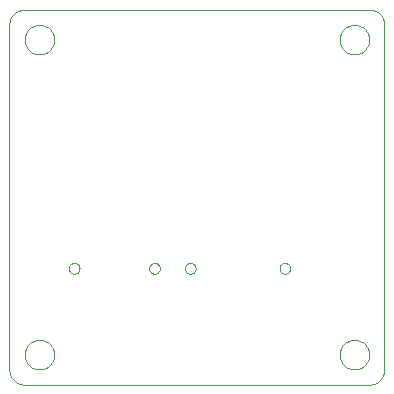
<source format=gko>
G75*
%MOIN*%
%OFA0B0*%
%FSLAX24Y24*%
%IPPOS*%
%LPD*%
%AMOC8*
5,1,8,0,0,1.08239X$1,22.5*
%
%ADD10C,0.0000*%
D10*
X001150Y001650D02*
X001150Y013150D01*
X001152Y013194D01*
X001158Y013237D01*
X001167Y013279D01*
X001180Y013321D01*
X001197Y013361D01*
X001217Y013400D01*
X001240Y013437D01*
X001267Y013471D01*
X001296Y013504D01*
X001329Y013533D01*
X001363Y013560D01*
X001400Y013583D01*
X001439Y013603D01*
X001479Y013620D01*
X001521Y013633D01*
X001563Y013642D01*
X001606Y013648D01*
X001650Y013650D01*
X013150Y013650D01*
X013194Y013648D01*
X013237Y013642D01*
X013279Y013633D01*
X013321Y013620D01*
X013361Y013603D01*
X013400Y013583D01*
X013437Y013560D01*
X013471Y013533D01*
X013504Y013504D01*
X013533Y013471D01*
X013560Y013437D01*
X013583Y013400D01*
X013603Y013361D01*
X013620Y013321D01*
X013633Y013279D01*
X013642Y013237D01*
X013648Y013194D01*
X013650Y013150D01*
X013650Y001650D01*
X013648Y001606D01*
X013642Y001563D01*
X013633Y001521D01*
X013620Y001479D01*
X013603Y001439D01*
X013583Y001400D01*
X013560Y001363D01*
X013533Y001329D01*
X013504Y001296D01*
X013471Y001267D01*
X013437Y001240D01*
X013400Y001217D01*
X013361Y001197D01*
X013321Y001180D01*
X013279Y001167D01*
X013237Y001158D01*
X013194Y001152D01*
X013150Y001150D01*
X001650Y001150D01*
X001606Y001152D01*
X001563Y001158D01*
X001521Y001167D01*
X001479Y001180D01*
X001439Y001197D01*
X001400Y001217D01*
X001363Y001240D01*
X001329Y001267D01*
X001296Y001296D01*
X001267Y001329D01*
X001240Y001363D01*
X001217Y001400D01*
X001197Y001439D01*
X001180Y001479D01*
X001167Y001521D01*
X001158Y001563D01*
X001152Y001606D01*
X001150Y001650D01*
X001658Y002150D02*
X001660Y002194D01*
X001666Y002238D01*
X001676Y002281D01*
X001689Y002323D01*
X001707Y002363D01*
X001728Y002402D01*
X001752Y002439D01*
X001779Y002474D01*
X001810Y002506D01*
X001843Y002535D01*
X001879Y002561D01*
X001917Y002583D01*
X001957Y002602D01*
X001998Y002618D01*
X002041Y002630D01*
X002084Y002638D01*
X002128Y002642D01*
X002172Y002642D01*
X002216Y002638D01*
X002259Y002630D01*
X002302Y002618D01*
X002343Y002602D01*
X002383Y002583D01*
X002421Y002561D01*
X002457Y002535D01*
X002490Y002506D01*
X002521Y002474D01*
X002548Y002439D01*
X002572Y002402D01*
X002593Y002363D01*
X002611Y002323D01*
X002624Y002281D01*
X002634Y002238D01*
X002640Y002194D01*
X002642Y002150D01*
X002640Y002106D01*
X002634Y002062D01*
X002624Y002019D01*
X002611Y001977D01*
X002593Y001937D01*
X002572Y001898D01*
X002548Y001861D01*
X002521Y001826D01*
X002490Y001794D01*
X002457Y001765D01*
X002421Y001739D01*
X002383Y001717D01*
X002343Y001698D01*
X002302Y001682D01*
X002259Y001670D01*
X002216Y001662D01*
X002172Y001658D01*
X002128Y001658D01*
X002084Y001662D01*
X002041Y001670D01*
X001998Y001682D01*
X001957Y001698D01*
X001917Y001717D01*
X001879Y001739D01*
X001843Y001765D01*
X001810Y001794D01*
X001779Y001826D01*
X001752Y001861D01*
X001728Y001898D01*
X001707Y001937D01*
X001689Y001977D01*
X001676Y002019D01*
X001666Y002062D01*
X001660Y002106D01*
X001658Y002150D01*
X003134Y005025D02*
X003136Y005051D01*
X003142Y005077D01*
X003152Y005102D01*
X003165Y005125D01*
X003181Y005145D01*
X003201Y005163D01*
X003223Y005178D01*
X003246Y005190D01*
X003272Y005198D01*
X003298Y005202D01*
X003324Y005202D01*
X003350Y005198D01*
X003376Y005190D01*
X003400Y005178D01*
X003421Y005163D01*
X003441Y005145D01*
X003457Y005125D01*
X003470Y005102D01*
X003480Y005077D01*
X003486Y005051D01*
X003488Y005025D01*
X003486Y004999D01*
X003480Y004973D01*
X003470Y004948D01*
X003457Y004925D01*
X003441Y004905D01*
X003421Y004887D01*
X003399Y004872D01*
X003376Y004860D01*
X003350Y004852D01*
X003324Y004848D01*
X003298Y004848D01*
X003272Y004852D01*
X003246Y004860D01*
X003222Y004872D01*
X003201Y004887D01*
X003181Y004905D01*
X003165Y004925D01*
X003152Y004948D01*
X003142Y004973D01*
X003136Y004999D01*
X003134Y005025D01*
X005812Y005025D02*
X005814Y005051D01*
X005820Y005077D01*
X005830Y005102D01*
X005843Y005125D01*
X005859Y005145D01*
X005879Y005163D01*
X005901Y005178D01*
X005924Y005190D01*
X005950Y005198D01*
X005976Y005202D01*
X006002Y005202D01*
X006028Y005198D01*
X006054Y005190D01*
X006078Y005178D01*
X006099Y005163D01*
X006119Y005145D01*
X006135Y005125D01*
X006148Y005102D01*
X006158Y005077D01*
X006164Y005051D01*
X006166Y005025D01*
X006164Y004999D01*
X006158Y004973D01*
X006148Y004948D01*
X006135Y004925D01*
X006119Y004905D01*
X006099Y004887D01*
X006077Y004872D01*
X006054Y004860D01*
X006028Y004852D01*
X006002Y004848D01*
X005976Y004848D01*
X005950Y004852D01*
X005924Y004860D01*
X005900Y004872D01*
X005879Y004887D01*
X005859Y004905D01*
X005843Y004925D01*
X005830Y004948D01*
X005820Y004973D01*
X005814Y004999D01*
X005812Y005025D01*
X007004Y005025D02*
X007006Y005051D01*
X007012Y005077D01*
X007022Y005102D01*
X007035Y005125D01*
X007051Y005145D01*
X007071Y005163D01*
X007093Y005178D01*
X007116Y005190D01*
X007142Y005198D01*
X007168Y005202D01*
X007194Y005202D01*
X007220Y005198D01*
X007246Y005190D01*
X007270Y005178D01*
X007291Y005163D01*
X007311Y005145D01*
X007327Y005125D01*
X007340Y005102D01*
X007350Y005077D01*
X007356Y005051D01*
X007358Y005025D01*
X007356Y004999D01*
X007350Y004973D01*
X007340Y004948D01*
X007327Y004925D01*
X007311Y004905D01*
X007291Y004887D01*
X007269Y004872D01*
X007246Y004860D01*
X007220Y004852D01*
X007194Y004848D01*
X007168Y004848D01*
X007142Y004852D01*
X007116Y004860D01*
X007092Y004872D01*
X007071Y004887D01*
X007051Y004905D01*
X007035Y004925D01*
X007022Y004948D01*
X007012Y004973D01*
X007006Y004999D01*
X007004Y005025D01*
X010154Y005025D02*
X010156Y005051D01*
X010162Y005077D01*
X010172Y005102D01*
X010185Y005125D01*
X010201Y005145D01*
X010221Y005163D01*
X010243Y005178D01*
X010266Y005190D01*
X010292Y005198D01*
X010318Y005202D01*
X010344Y005202D01*
X010370Y005198D01*
X010396Y005190D01*
X010420Y005178D01*
X010441Y005163D01*
X010461Y005145D01*
X010477Y005125D01*
X010490Y005102D01*
X010500Y005077D01*
X010506Y005051D01*
X010508Y005025D01*
X010506Y004999D01*
X010500Y004973D01*
X010490Y004948D01*
X010477Y004925D01*
X010461Y004905D01*
X010441Y004887D01*
X010419Y004872D01*
X010396Y004860D01*
X010370Y004852D01*
X010344Y004848D01*
X010318Y004848D01*
X010292Y004852D01*
X010266Y004860D01*
X010242Y004872D01*
X010221Y004887D01*
X010201Y004905D01*
X010185Y004925D01*
X010172Y004948D01*
X010162Y004973D01*
X010156Y004999D01*
X010154Y005025D01*
X012158Y002150D02*
X012160Y002194D01*
X012166Y002238D01*
X012176Y002281D01*
X012189Y002323D01*
X012207Y002363D01*
X012228Y002402D01*
X012252Y002439D01*
X012279Y002474D01*
X012310Y002506D01*
X012343Y002535D01*
X012379Y002561D01*
X012417Y002583D01*
X012457Y002602D01*
X012498Y002618D01*
X012541Y002630D01*
X012584Y002638D01*
X012628Y002642D01*
X012672Y002642D01*
X012716Y002638D01*
X012759Y002630D01*
X012802Y002618D01*
X012843Y002602D01*
X012883Y002583D01*
X012921Y002561D01*
X012957Y002535D01*
X012990Y002506D01*
X013021Y002474D01*
X013048Y002439D01*
X013072Y002402D01*
X013093Y002363D01*
X013111Y002323D01*
X013124Y002281D01*
X013134Y002238D01*
X013140Y002194D01*
X013142Y002150D01*
X013140Y002106D01*
X013134Y002062D01*
X013124Y002019D01*
X013111Y001977D01*
X013093Y001937D01*
X013072Y001898D01*
X013048Y001861D01*
X013021Y001826D01*
X012990Y001794D01*
X012957Y001765D01*
X012921Y001739D01*
X012883Y001717D01*
X012843Y001698D01*
X012802Y001682D01*
X012759Y001670D01*
X012716Y001662D01*
X012672Y001658D01*
X012628Y001658D01*
X012584Y001662D01*
X012541Y001670D01*
X012498Y001682D01*
X012457Y001698D01*
X012417Y001717D01*
X012379Y001739D01*
X012343Y001765D01*
X012310Y001794D01*
X012279Y001826D01*
X012252Y001861D01*
X012228Y001898D01*
X012207Y001937D01*
X012189Y001977D01*
X012176Y002019D01*
X012166Y002062D01*
X012160Y002106D01*
X012158Y002150D01*
X012158Y012650D02*
X012160Y012694D01*
X012166Y012738D01*
X012176Y012781D01*
X012189Y012823D01*
X012207Y012863D01*
X012228Y012902D01*
X012252Y012939D01*
X012279Y012974D01*
X012310Y013006D01*
X012343Y013035D01*
X012379Y013061D01*
X012417Y013083D01*
X012457Y013102D01*
X012498Y013118D01*
X012541Y013130D01*
X012584Y013138D01*
X012628Y013142D01*
X012672Y013142D01*
X012716Y013138D01*
X012759Y013130D01*
X012802Y013118D01*
X012843Y013102D01*
X012883Y013083D01*
X012921Y013061D01*
X012957Y013035D01*
X012990Y013006D01*
X013021Y012974D01*
X013048Y012939D01*
X013072Y012902D01*
X013093Y012863D01*
X013111Y012823D01*
X013124Y012781D01*
X013134Y012738D01*
X013140Y012694D01*
X013142Y012650D01*
X013140Y012606D01*
X013134Y012562D01*
X013124Y012519D01*
X013111Y012477D01*
X013093Y012437D01*
X013072Y012398D01*
X013048Y012361D01*
X013021Y012326D01*
X012990Y012294D01*
X012957Y012265D01*
X012921Y012239D01*
X012883Y012217D01*
X012843Y012198D01*
X012802Y012182D01*
X012759Y012170D01*
X012716Y012162D01*
X012672Y012158D01*
X012628Y012158D01*
X012584Y012162D01*
X012541Y012170D01*
X012498Y012182D01*
X012457Y012198D01*
X012417Y012217D01*
X012379Y012239D01*
X012343Y012265D01*
X012310Y012294D01*
X012279Y012326D01*
X012252Y012361D01*
X012228Y012398D01*
X012207Y012437D01*
X012189Y012477D01*
X012176Y012519D01*
X012166Y012562D01*
X012160Y012606D01*
X012158Y012650D01*
X001658Y012650D02*
X001660Y012694D01*
X001666Y012738D01*
X001676Y012781D01*
X001689Y012823D01*
X001707Y012863D01*
X001728Y012902D01*
X001752Y012939D01*
X001779Y012974D01*
X001810Y013006D01*
X001843Y013035D01*
X001879Y013061D01*
X001917Y013083D01*
X001957Y013102D01*
X001998Y013118D01*
X002041Y013130D01*
X002084Y013138D01*
X002128Y013142D01*
X002172Y013142D01*
X002216Y013138D01*
X002259Y013130D01*
X002302Y013118D01*
X002343Y013102D01*
X002383Y013083D01*
X002421Y013061D01*
X002457Y013035D01*
X002490Y013006D01*
X002521Y012974D01*
X002548Y012939D01*
X002572Y012902D01*
X002593Y012863D01*
X002611Y012823D01*
X002624Y012781D01*
X002634Y012738D01*
X002640Y012694D01*
X002642Y012650D01*
X002640Y012606D01*
X002634Y012562D01*
X002624Y012519D01*
X002611Y012477D01*
X002593Y012437D01*
X002572Y012398D01*
X002548Y012361D01*
X002521Y012326D01*
X002490Y012294D01*
X002457Y012265D01*
X002421Y012239D01*
X002383Y012217D01*
X002343Y012198D01*
X002302Y012182D01*
X002259Y012170D01*
X002216Y012162D01*
X002172Y012158D01*
X002128Y012158D01*
X002084Y012162D01*
X002041Y012170D01*
X001998Y012182D01*
X001957Y012198D01*
X001917Y012217D01*
X001879Y012239D01*
X001843Y012265D01*
X001810Y012294D01*
X001779Y012326D01*
X001752Y012361D01*
X001728Y012398D01*
X001707Y012437D01*
X001689Y012477D01*
X001676Y012519D01*
X001666Y012562D01*
X001660Y012606D01*
X001658Y012650D01*
M02*

</source>
